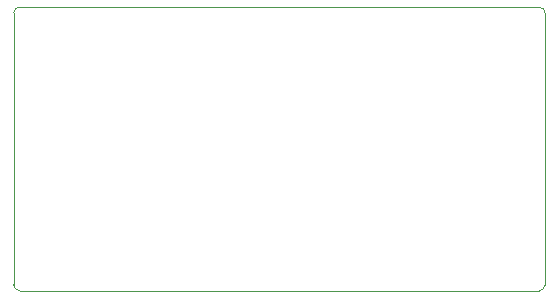
<source format=gm1>
G04 #@! TF.GenerationSoftware,KiCad,Pcbnew,5.1.6*
G04 #@! TF.CreationDate,2020-06-25T22:37:20+02:00*
G04 #@! TF.ProjectId,altimeter,616c7469-6d65-4746-9572-2e6b69636164,V 1.2 Rev. A*
G04 #@! TF.SameCoordinates,Original*
G04 #@! TF.FileFunction,Profile,NP*
%FSLAX46Y46*%
G04 Gerber Fmt 4.6, Leading zero omitted, Abs format (unit mm)*
G04 Created by KiCad (PCBNEW 5.1.6) date 2020-06-25 22:37:20*
%MOMM*%
%LPD*%
G01*
G04 APERTURE LIST*
G04 #@! TA.AperFunction,Profile*
%ADD10C,0.050000*%
G04 #@! TD*
G04 APERTURE END LIST*
D10*
X138500000Y-121000000D02*
G75*
G02*
X138000000Y-120500000I0J500000D01*
G01*
X138000000Y-97500000D02*
G75*
G02*
X138500000Y-97000000I500000J0D01*
G01*
X182500000Y-97000000D02*
G75*
G02*
X183000000Y-97500000I0J-500000D01*
G01*
X183000000Y-120500000D02*
G75*
G02*
X182500000Y-121000000I-500000J0D01*
G01*
X182500000Y-97000000D02*
X138500000Y-97000000D01*
X183000000Y-120500000D02*
X183000000Y-97500000D01*
X138500000Y-121000000D02*
X182500000Y-121000000D01*
X138000000Y-97500000D02*
X138000000Y-120500000D01*
M02*

</source>
